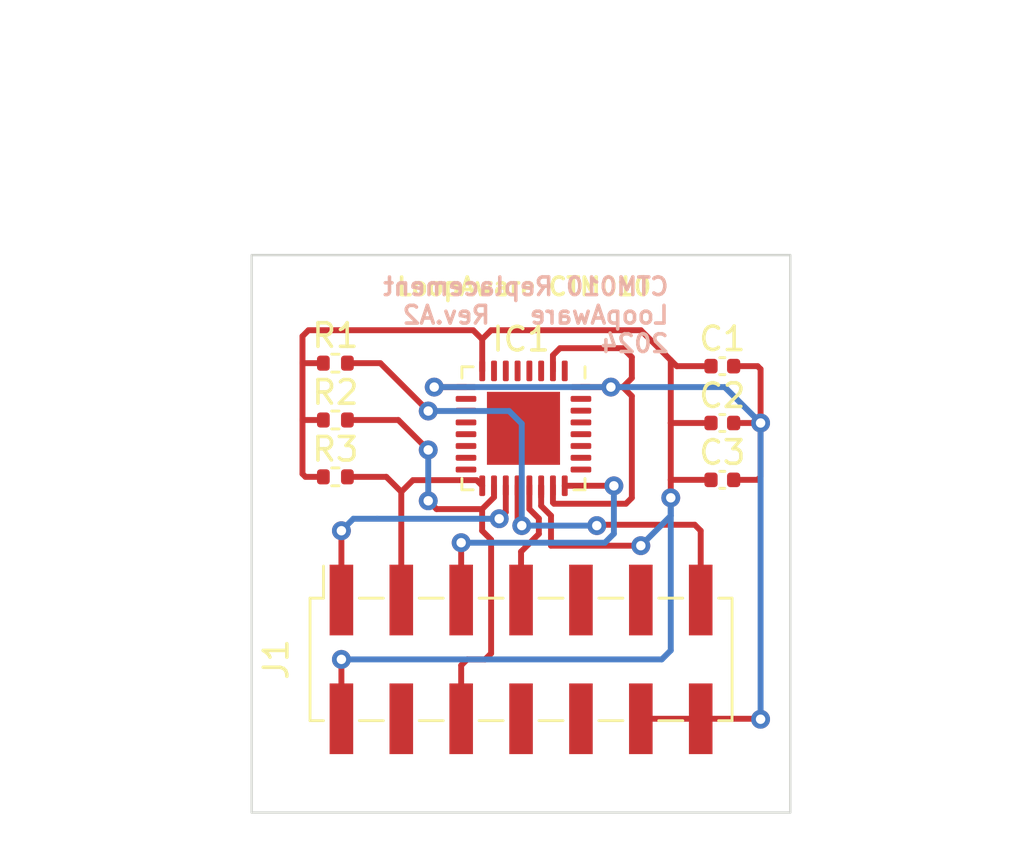
<source format=kicad_pcb>
(kicad_pcb (version 20221018) (generator pcbnew)
  (layers (0 "F.Cu" signal) (31 "B.Cu" signal) (34 "B.Paste" user) (35 "F.Paste" user) (36 "B.SilkS" user "B.Silkscreen") (37 "F.SilkS" user "F.Silkscreen") (38 "B.Mask" user) (39 "F.Mask" user) (44 "Edge.Cuts" user))
  (net 0 "")
  (net 1 "VDD")
  (net 2 "GND")
  (net 3 "RESET")
  (net 4 "IRQ")
  (net 5 "SPI_CLK")
  (net 6 "SPI_CS")
  (net 7 "SPI_MOSI")
  (net 8 "SPI_MISO")
  (footprint "Capacitor_SMD:C_0402_1005Metric" (layer "F.Cu") (at 155.9945 91.454)
    (fp_text reference "C2" (at 0 -1.16) (layer "F.SilkS"))
    (fp_text value "100n")
    (fp_line (start -0.107836 -0.36) (end 0.107836 -0.36) (stroke (width 0.12)) (layer "F.SilkS"))
    (fp_line (start -0.107836 0.36) (end 0.107836 0.36) (stroke (width 0.12)) (layer "F.SilkS"))
    (pad "1" smd roundrect (at -0.48 0) (size 0.56 0.62) (layers "F.Cu" "F.Paste" "F.Mask") (net 1 "VDD"))
    (pad "2" smd roundrect (at 0.48 0) (size 0.56 0.62) (layers "F.Cu" "F.Paste" "F.Mask") (net 2 "GND"))
  )
  (footprint "Resistor_SMD:R_0402_1005Metric" (layer "F.Cu") (at 139.5815 91.327)
    (fp_text reference "R2" (at 0 -1.17) (layer "F.SilkS"))
    (fp_text value "10k")
    (fp_line (start -0.153641 -0.38) (end 0.153641 -0.38) (stroke (width 0.12)) (layer "F.SilkS"))
    (fp_line (start -0.153641 0.38) (end 0.153641 0.38) (stroke (width 0.12)) (layer "F.SilkS"))
    (pad "1" smd roundrect (at -0.51 0) (size 0.54 0.64) (layers "F.Cu" "F.Paste" "F.Mask") (net 1 "VDD"))
    (pad "2" smd roundrect (at 0.51 0) (size 0.54 0.64) (layers "F.Cu" "F.Paste" "F.Mask") (net 4 "IRQ"))
  )
  (footprint "Connector_PinSocket_2.54mm:PinSocket_2x07_P2.54mm_Vertical_SMD" (layer "F.Cu") (at 147.4575 101.487 90)
    (fp_text reference "J1" (at 0 -10.39 90) (layer "F.SilkS"))
    (fp_text value "Conn_02x07_Odd_Even")
    (fp_line (start -2.6 -8.95) (end -2.6 -8.38) (stroke (width 0.12)) (layer "F.SilkS"))
    (fp_line (start -2.6 -8.95) (end 2.6 -8.95) (stroke (width 0.12)) (layer "F.SilkS"))
    (fp_line (start -2.6 -6.86) (end -2.6 -5.84) (stroke (width 0.12)) (layer "F.SilkS"))
    (fp_line (start -2.6 -4.32) (end -2.6 -3.3) (stroke (width 0.12)) (layer "F.SilkS"))
    (fp_line (start -2.6 -1.78) (end -2.6 -0.76) (stroke (width 0.12)) (layer "F.SilkS"))
    (fp_line (start -2.6 0.76) (end -2.6 1.78) (stroke (width 0.12)) (layer "F.SilkS"))
    (fp_line (start -2.6 3.3) (end -2.6 4.32) (stroke (width 0.12)) (layer "F.SilkS"))
    (fp_line (start -2.6 5.84) (end -2.6 6.86) (stroke (width 0.12)) (layer "F.SilkS"))
    (fp_line (start -2.6 8.38) (end -2.6 8.95) (stroke (width 0.12)) (layer "F.SilkS"))
    (fp_line (start -2.6 8.95) (end 2.6 8.95) (stroke (width 0.12)) (layer "F.SilkS"))
    (fp_line (start 2.6 -8.95) (end 2.6 -8.38) (stroke (width 0.12)) (layer "F.SilkS"))
    (fp_line (start 2.6 -8.38) (end 3.96 -8.38) (stroke (width 0.12)) (layer "F.SilkS"))
    (fp_line (start 2.6 -6.86) (end 2.6 -5.84) (stroke (width 0.12)) (layer "F.SilkS"))
    (fp_line (start 2.6 -4.32) (end 2.6 -3.3) (stroke (width 0.12)) (layer "F.SilkS"))
    (fp_line (start 2.6 -1.78) (end 2.6 -0.76) (stroke (width 0.12)) (layer "F.SilkS"))
    (fp_line (start 2.6 0.76) (end 2.6 1.78) (stroke (width 0.12)) (layer "F.SilkS"))
    (fp_line (start 2.6 3.3) (end 2.6 4.32) (stroke (width 0.12)) (layer "F.SilkS"))
    (fp_line (start 2.6 5.84) (end 2.6 6.86) (stroke (width 0.12)) (layer "F.SilkS"))
    (fp_line (start 2.6 8.38) (end 2.6 8.95) (stroke (width 0.12)) (layer "F.SilkS"))
    (pad "1" smd rect (at 2.52 -7.62 90) (size 3 1) (layers "F.Cu" "F.Paste" "F.Mask") (net 5 "SPI_CLK"))
    (pad "2" smd rect (at -2.52 -7.62 90) (size 3 1) (layers "F.Cu" "F.Paste" "F.Mask") (net 1 "VDD"))
    (pad "3" smd rect (at 2.52 -5.08 90) (size 3 1) (layers "F.Cu" "F.Paste" "F.Mask") (net 3 "RESET"))
    (pad "4" smd rect (at -2.52 -5.08 90) (size 3 1) (layers "F.Cu" "F.Paste" "F.Mask"))
    (pad "5" smd rect (at 2.52 -2.54 90) (size 3 1) (layers "F.Cu" "F.Paste" "F.Mask") (net 8 "SPI_MISO"))
    (pad "6" smd rect (at -2.52 -2.54 90) (size 3 1) (layers "F.Cu" "F.Paste" "F.Mask") (net 4 "IRQ"))
    (pad "7" smd rect (at 2.52 0 90) (size 3 1) (layers "F.Cu" "F.Paste" "F.Mask") (net 7 "SPI_MOSI"))
    (pad "8" smd rect (at -2.52 0 90) (size 3 1) (layers "F.Cu" "F.Paste" "F.Mask"))
    (pad "9" smd rect (at 2.52 2.54 90) (size 3 1) (layers "F.Cu" "F.Paste" "F.Mask"))
    (pad "10" smd rect (at -2.52 2.54 90) (size 3 1) (layers "F.Cu" "F.Paste" "F.Mask"))
    (pad "11" smd rect (at 2.52 5.08 90) (size 3 1) (layers "F.Cu" "F.Paste" "F.Mask"))
    (pad "12" smd rect (at -2.52 5.08 90) (size 3 1) (layers "F.Cu" "F.Paste" "F.Mask") (net 2 "GND"))
    (pad "13" smd rect (at 2.52 7.62 90) (size 3 1) (layers "F.Cu" "F.Paste" "F.Mask") (net 6 "SPI_CS"))
    (pad "14" smd rect (at -2.52 7.62 90) (size 3 1) (layers "F.Cu" "F.Paste" "F.Mask") (net 2 "GND"))
  )
  (footprint "Capacitor_SMD:C_0402_1005Metric" (layer "F.Cu") (at 155.9945 93.867)
    (fp_text reference "C3" (at 0 -1.16) (layer "F.SilkS"))
    (fp_text value "100n")
    (fp_line (start -0.107836 -0.36) (end 0.107836 -0.36) (stroke (width 0.12)) (layer "F.SilkS"))
    (fp_line (start -0.107836 0.36) (end 0.107836 0.36) (stroke (width 0.12)) (layer "F.SilkS"))
    (pad "1" smd roundrect (at -0.48 0) (size 0.56 0.62) (layers "F.Cu" "F.Paste" "F.Mask") (net 1 "VDD"))
    (pad "2" smd roundrect (at 0.48 0) (size 0.56 0.62) (layers "F.Cu" "F.Paste" "F.Mask") (net 2 "GND"))
  )
  (footprint "Capacitor_SMD:C_0402_1005Metric" (layer "F.Cu") (at 155.9945 89.041)
    (fp_text reference "C1" (at 0 -1.16) (layer "F.SilkS"))
    (fp_text value "1u")
    (fp_line (start -0.107836 -0.36) (end 0.107836 -0.36) (stroke (width 0.12)) (layer "F.SilkS"))
    (fp_line (start -0.107836 0.36) (end 0.107836 0.36) (stroke (width 0.12)) (layer "F.SilkS"))
    (pad "1" smd roundrect (at -0.48 0) (size 0.56 0.62) (layers "F.Cu" "F.Paste" "F.Mask") (net 1 "VDD"))
    (pad "2" smd roundrect (at 0.48 0) (size 0.56 0.62) (layers "F.Cu" "F.Paste" "F.Mask") (net 2 "GND"))
  )
  (footprint "Resistor_SMD:R_0402_1005Metric" (layer "F.Cu") (at 139.5815 93.74)
    (fp_text reference "R3" (at 0 -1.17) (layer "F.SilkS"))
    (fp_text value "10k")
    (fp_line (start -0.153641 -0.38) (end 0.153641 -0.38) (stroke (width 0.12)) (layer "F.SilkS"))
    (fp_line (start -0.153641 0.38) (end 0.153641 0.38) (stroke (width 0.12)) (layer "F.SilkS"))
    (pad "1" smd roundrect (at -0.51 0) (size 0.54 0.64) (layers "F.Cu" "F.Paste" "F.Mask") (net 1 "VDD"))
    (pad "2" smd roundrect (at 0.51 0) (size 0.54 0.64) (layers "F.Cu" "F.Paste" "F.Mask") (net 3 "RESET"))
  )
  (footprint "Package_DFN_QFN:QFN-32-1EP_5x5mm_P0.5mm_EP3.1x3.1mm" (layer "F.Cu") (at 147.56 91.68 -90)
    (fp_text reference "IC1" (at -3.782 0.1025 -180) (layer "F.SilkS"))
    (fp_text value "Infineon-SLB9670")
    (fp_line (start -2.61 2.61) (end -2.61 2.135) (stroke (width 0.12)) (layer "F.SilkS"))
    (fp_line (start -2.135 -2.61) (end -2.61 -2.61) (stroke (width 0.12)) (layer "F.SilkS"))
    (fp_line (start -2.135 2.61) (end -2.61 2.61) (stroke (width 0.12)) (layer "F.SilkS"))
    (fp_line (start 2.135 -2.61) (end 2.61 -2.61) (stroke (width 0.12)) (layer "F.SilkS"))
    (fp_line (start 2.135 2.61) (end 2.61 2.61) (stroke (width 0.12)) (layer "F.SilkS"))
    (fp_line (start 2.61 -2.61) (end 2.61 -2.135) (stroke (width 0.12)) (layer "F.SilkS"))
    (fp_line (start 2.61 2.61) (end 2.61 2.135) (stroke (width 0.12)) (layer "F.SilkS"))
    (pad "1" smd roundrect (at -2.4375 -1.75 270) (size 0.875 0.25) (layers "F.Cu" "F.Paste" "F.Mask"))
    (pad "2" smd roundrect (at -2.4375 -1.25 270) (size 0.875 0.25) (layers "F.Cu" "F.Paste" "F.Mask") (net 2 "GND"))
    (pad "3" smd roundrect (at -2.4375 -0.75 270) (size 0.875 0.25) (layers "F.Cu" "F.Paste" "F.Mask"))
    (pad "4" smd roundrect (at -2.4375 -0.25 270) (size 0.875 0.25) (layers "F.Cu" "F.Paste" "F.Mask"))
    (pad "5" smd roundrect (at -2.4375 0.25 270) (size 0.875 0.25) (layers "F.Cu" "F.Paste" "F.Mask"))
    (pad "6" smd roundrect (at -2.4375 0.75 270) (size 0.875 0.25) (layers "F.Cu" "F.Paste" "F.Mask"))
    (pad "7" smd roundrect (at -2.4375 1.25 270) (size 0.875 0.25) (layers "F.Cu" "F.Paste" "F.Mask"))
    (pad "8" smd roundrect (at -2.4375 1.75 270) (size 0.875 0.25) (layers "F.Cu" "F.Paste" "F.Mask") (net 1 "VDD"))
    (pad "9" smd roundrect (at -1.75 2.4375 270) (size 0.25 0.875) (layers "F.Cu" "F.Paste" "F.Mask") (net 2 "GND"))
    (pad "10" smd roundrect (at -1.25 2.4375 270) (size 0.25 0.875) (layers "F.Cu" "F.Paste" "F.Mask"))
    (pad "11" smd roundrect (at -0.75 2.4375 270) (size 0.25 0.875) (layers "F.Cu" "F.Paste" "F.Mask"))
    (pad "12" smd roundrect (at -0.25 2.4375 270) (size 0.25 0.875) (layers "F.Cu" "F.Paste" "F.Mask"))
    (pad "13" smd roundrect (at 0.25 2.4375 270) (size 0.25 0.875) (layers "F.Cu" "F.Paste" "F.Mask"))
    (pad "14" smd roundrect (at 0.75 2.4375 270) (size 0.25 0.875) (layers "F.Cu" "F.Paste" "F.Mask"))
    (pad "15" smd roundrect (at 1.25 2.4375 270) (size 0.25 0.875) (layers "F.Cu" "F.Paste" "F.Mask"))
    (pad "16" smd roundrect (at 1.75 2.4375 270) (size 0.25 0.875) (layers "F.Cu" "F.Paste" "F.Mask"))
    (pad "17" smd roundrect (at 2.4375 1.75 270) (size 0.875 0.25) (layers "F.Cu" "F.Paste" "F.Mask") (net 3 "RESET"))
    (pad "18" smd roundrect (at 2.4375 1.25 270) (size 0.875 0.25) (layers "F.Cu" "F.Paste" "F.Mask") (net 4 "IRQ"))
    (pad "19" smd roundrect (at 2.4375 0.75 270) (size 0.875 0.25) (layers "F.Cu" "F.Paste" "F.Mask") (net 5 "SPI_CLK"))
    (pad "20" smd roundrect (at 2.4375 0.25 270) (size 0.875 0.25) (layers "F.Cu" "F.Paste" "F.Mask") (net 6 "SPI_CS"))
    (pad "21" smd roundrect (at 2.4375 -0.25 270) (size 0.875 0.25) (layers "F.Cu" "F.Paste" "F.Mask") (net 7 "SPI_MOSI"))
    (pad "22" smd roundrect (at 2.4375 -0.75 270) (size 0.875 0.25) (layers "F.Cu" "F.Paste" "F.Mask") (net 1 "VDD"))
    (pad "23" smd roundrect (at 2.4375 -1.25 270) (size 0.875 0.25) (layers "F.Cu" "F.Paste" "F.Mask") (net 2 "GND"))
    (pad "24" smd roundrect (at 2.4375 -1.75 270) (size 0.875 0.25) (layers "F.Cu" "F.Paste" "F.Mask") (net 8 "SPI_MISO"))
    (pad "25" smd roundrect (at 1.75 -2.4375 270) (size 0.25 0.875) (layers "F.Cu" "F.Paste" "F.Mask"))
    (pad "26" smd roundrect (at 1.25 -2.4375 270) (size 0.25 0.875) (layers "F.Cu" "F.Paste" "F.Mask"))
    (pad "27" smd roundrect (at 0.75 -2.4375 270) (size 0.25 0.875) (layers "F.Cu" "F.Paste" "F.Mask"))
    (pad "28" smd roundrect (at 0.25 -2.4375 270) (size 0.25 0.875) (layers "F.Cu" "F.Paste" "F.Mask"))
    (pad "29" smd roundrect (at -0.25 -2.4375 270) (size 0.25 0.875) (layers "F.Cu" "F.Paste" "F.Mask"))
    (pad "30" smd roundrect (at -0.75 -2.4375 270) (size 0.25 0.875) (layers "F.Cu" "F.Paste" "F.Mask"))
    (pad "31" smd roundrect (at -1.25 -2.4375 270) (size 0.25 0.875) (layers "F.Cu" "F.Paste" "F.Mask"))
    (pad "32" smd roundrect (at -1.75 -2.4375 270) (size 0.25 0.875) (layers "F.Cu" "F.Paste" "F.Mask") (net 2 "GND"))
    (pad "33" smd rect (at 0 0 270) (size 3.1 3.1) (layers "F.Cu" "F.Mask"))
  )
  (footprint "Resistor_SMD:R_0402_1005Metric" (layer "F.Cu") (at 139.5815 88.914)
    (fp_text reference "R1" (at 0 -1.17) (layer "F.SilkS"))
    (fp_text value "10k")
    (fp_line (start -0.153641 -0.38) (end 0.153641 -0.38) (stroke (width 0.12)) (layer "F.SilkS"))
    (fp_line (start -0.153641 0.38) (end 0.153641 0.38) (stroke (width 0.12)) (layer "F.SilkS"))
    (pad "1" smd roundrect (at -0.51 0) (size 0.54 0.64) (layers "F.Cu" "F.Paste" "F.Mask") (net 1 "VDD"))
    (pad "2" smd roundrect (at 0.51 0) (size 0.54 0.64) (layers "F.Cu" "F.Paste" "F.Mask") (net 6 "SPI_CS"))
  )
  (gr_rect (start 136.0315 84.328) (end 158.877 107.986) (stroke (width 0.1)) (fill none) (layer "Edge.Cuts"))
  (gr_text "CTM010 Replacement\nLoopAware   Rev.A2\n2024" (at 153.797 88.519) (layer "B.SilkS") (effects (font (size 0.75 0.75)) (justify left bottom mirror)))
  (gr_text "LoopAware CTM010" (at 142.113 86.106) (layer "F.SilkS") (effects (font (size 0.75 0.75)) (justify left bottom)))
  (segment (start 138.3135 93.74) (end 139.0715 93.74) (width 0.25) (layer "F.Cu") (net 1))
  (segment (start 148.31 94.1175) (end 148.31 94.60474) (width 0.25) (layer "F.Cu") (net 1))
  (segment (start 152.5375 87.517) (end 146.1875 87.517) (width 0.25) (layer "F.Cu") (net 1))
  (segment (start 154.0615 89.041) (end 155.5145 89.041) (width 0.25) (layer "F.Cu") (net 1))
  (segment (start 148.31 94.1175) (end 148.31 94.969791) (width 0.25) (layer "F.Cu") (net 1))
  (segment (start 153.8075 91.454) (end 153.8075 88.787) (width 0.25) (layer "F.Cu") (net 1))
  (segment (start 153.8075 88.787) (end 154.0615 89.041) (width 0.25) (layer "F.Cu") (net 1))
  (segment (start 155.5145 91.454) (end 153.8075 91.454) (width 0.25) (layer "F.Cu") (net 1))
  (segment (start 148.7275 96.661) (end 152.5375 96.661) (width 0.25) (layer "F.Cu") (net 1))
  (segment (start 153.8075 94.629) (end 153.8075 93.867) (width 0.25) (layer "F.Cu") (net 1))
  (segment (start 155.5145 93.867) (end 153.8075 93.867) (width 0.25) (layer "F.Cu") (net 1))
  (segment (start 139.0715 91.327) (end 138.1865 91.327) (width 0.25) (layer "F.Cu") (net 1))
  (segment (start 145.4255 87.517) (end 138.4405 87.517) (width 0.25) (layer "F.Cu") (net 1))
  (segment (start 138.1865 93.613) (end 138.3135 93.74) (width 0.25) (layer "F.Cu") (net 1))
  (segment (start 153.8075 93.867) (end 153.8075 91.454) (width 0.25) (layer "F.Cu") (net 1))
  (segment (start 139.0715 88.914) (end 138.1865 88.914) (width 0.25) (layer "F.Cu") (net 1))
  (segment (start 145.8065 87.898) (end 145.4255 87.517) (width 0.25) (layer "F.Cu") (net 1))
  (segment (start 145.81 87.9015) (end 145.81 89.2425) (width 0.25) (layer "F.Cu") (net 1))
  (segment (start 148.7275 95.387291) (end 148.7275 96.661) (width 0.25) (layer "F.Cu") (net 1))
  (segment (start 138.1865 88.914) (end 138.1865 91.327) (width 0.25) (layer "F.Cu") (net 1))
  (segment (start 153.8075 88.787) (end 152.5375 87.517) (width 0.25) (layer "F.Cu") (net 1))
  (segment (start 145.8065 87.898) (end 145.81 87.9015) (width 0.25) (layer "F.Cu") (net 1))
  (segment (start 138.1865 91.327) (end 138.1865 93.613) (width 0.25) (layer "F.Cu") (net 1))
  (segment (start 139.8375 101.487) (end 139.8375 104.007) (width 0.25) (layer "F.Cu") (net 1))
  (segment (start 146.1875 87.517) (end 145.8065 87.898) (width 0.25) (layer "F.Cu") (net 1))
  (segment (start 138.4405 87.517) (end 138.1865 87.771) (width 0.25) (layer "F.Cu") (net 1))
  (segment (start 148.31 94.969791) (end 148.7275 95.387291) (width 0.25) (layer "F.Cu") (net 1))
  (segment (start 138.1865 87.771) (end 138.1865 88.914) (width 0.25) (layer "F.Cu") (net 1))
  (via (at 153.8075 94.629) (size 0.8) (drill 0.4) (layers "F.Cu" "B.Cu") (net 1))
  (via (at 139.8375 101.487) (size 0.8) (drill 0.4) (layers "F.Cu" "B.Cu") (net 1))
  (via (at 152.5375 96.661) (size 0.8) (drill 0.4) (layers "F.Cu" "B.Cu") (net 1))
  (segment (start 139.8375 101.487) (end 153.4265 101.487) (width 0.25) (layer "B.Cu") (net 1))
  (segment (start 153.8075 101.106) (end 153.8075 94.629) (width 0.25) (layer "B.Cu") (net 1))
  (segment (start 153.4265 101.487) (end 153.8075 101.106) (width 0.25) (layer "B.Cu") (net 1))
  (segment (start 153.8075 95.391) (end 153.8075 94.629) (width 0.25) (layer "B.Cu") (net 1))
  (segment (start 152.5375 96.661) (end 153.8075 95.391) (width 0.25) (layer "B.Cu") (net 1))
  (segment (start 157.4905 93.867) (end 156.4745 93.867) (width 0.25) (layer "F.Cu") (net 2))
  (segment (start 148.81 88.5775) (end 148.81 89.2425) (width 0.25) (layer "F.Cu") (net 2))
  (segment (start 152.5375 104.007) (end 155.0775 104.007) (width 0.25) (layer "F.Cu") (net 2))
  (segment (start 157.6175 89.168) (end 157.4905 89.041) (width 0.25) (layer "F.Cu") (net 2))
  (segment (start 152.1565 94.629) (end 152.1565 90.311) (width 0.25) (layer "F.Cu") (net 2))
  (segment (start 148.856605 94.88) (end 151.9055 94.88) (width 0.25) (layer "F.Cu") (net 2))
  (segment (start 151.9055 94.88) (end 152.1565 94.629) (width 0.25) (layer "F.Cu") (net 2))
  (segment (start 151.7755 89.93) (end 152.1565 89.549) (width 0.25) (layer "F.Cu") (net 2))
  (segment (start 143.7745 89.93) (end 145.1225 89.93) (width 0.25) (layer "F.Cu") (net 2))
  (segment (start 148.81 94.833395) (end 148.856605 94.88) (width 0.25) (layer "F.Cu") (net 2))
  (segment (start 157.6175 91.454) (end 156.4745 91.454) (width 0.25) (layer "F.Cu") (net 2))
  (segment (start 149.1085 88.279) (end 148.81 88.5775) (width 0.25) (layer "F.Cu") (net 2))
  (segment (start 151.7755 88.279) (end 149.1085 88.279) (width 0.25) (layer "F.Cu") (net 2))
  (segment (start 157.4905 89.041) (end 156.4745 89.041) (width 0.25) (layer "F.Cu") (net 2))
  (segment (start 157.6175 91.454) (end 157.6175 89.168) (width 0.25) (layer "F.Cu") (net 2))
  (segment (start 152.1565 89.549) (end 152.1565 88.66) (width 0.25) (layer "F.Cu") (net 2))
  (segment (start 152.1565 88.66) (end 151.7755 88.279) (width 0.25) (layer "F.Cu") (net 2))
  (segment (start 157.6175 104.027) (end 157.5975 104.007) (width 0.25) (layer "F.Cu") (net 2))
  (segment (start 152.1565 90.311) (end 151.7755 89.93) (width 0.25) (layer "F.Cu") (net 2))
  (segment (start 148.81 94.1175) (end 148.81 94.833395) (width 0.25) (layer "F.Cu") (net 2))
  (segment (start 149.9975 89.93) (end 151.2675 89.93) (width 0.25) (layer "F.Cu") (net 2))
  (segment (start 157.6175 91.454) (end 157.6175 93.74) (width 0.25) (layer "F.Cu") (net 2))
  (segment (start 157.5975 104.007) (end 155.0775 104.007) (width 0.25) (layer "F.Cu") (net 2))
  (segment (start 157.6175 93.74) (end 157.4905 93.867) (width 0.25) (layer "F.Cu") (net 2))
  (segment (start 151.2675 89.93) (end 151.7755 89.93) (width 0.25) (layer "F.Cu") (net 2))
  (via (at 151.2675 89.93) (size 0.8) (drill 0.4) (layers "F.Cu" "B.Cu") (net 2))
  (via (at 157.6175 91.454) (size 0.8) (drill 0.4) (layers "F.Cu" "B.Cu") (net 2))
  (via (at 143.7745 89.93) (size 0.8) (drill 0.4) (layers "F.Cu" "B.Cu") (net 2))
  (via (at 157.6175 104.027) (size 0.8) (drill 0.4) (layers "F.Cu" "B.Cu") (net 2))
  (segment (start 143.7745 89.93) (end 151.2675 89.93) (width 0.25) (layer "B.Cu") (net 2))
  (segment (start 156.0935 89.93) (end 151.2675 89.93) (width 0.25) (layer "B.Cu") (net 2))
  (segment (start 157.6175 91.454) (end 156.0935 89.93) (width 0.25) (layer "B.Cu") (net 2))
  (segment (start 157.6175 104.027) (end 157.6175 91.454) (width 0.25) (layer "B.Cu") (net 2))
  (segment (start 142.8725 93.88) (end 142.3775 94.375) (width 0.25) (layer "F.Cu") (net 3))
  (segment (start 140.0915 93.74) (end 141.7425 93.74) (width 0.25) (layer "F.Cu") (net 3))
  (segment (start 145.81 94.1175) (end 145.5725 93.88) (width 0.25) (layer "F.Cu") (net 3))
  (segment (start 145.5725 93.88) (end 142.8725 93.88) (width 0.25) (layer "F.Cu") (net 3))
  (segment (start 142.3775 98.967) (end 142.3775 94.375) (width 0.25) (layer "F.Cu") (net 3))
  (segment (start 141.7425 93.74) (end 142.3775 94.375) (width 0.25) (layer "F.Cu") (net 3))
  (segment (start 146.31 94.1175) (end 146.31 94.60474) (width 0.25) (layer "F.Cu") (net 4))
  (segment (start 146.1875 96.407) (end 146.1875 101.233) (width 0.25) (layer "F.Cu") (net 4))
  (segment (start 145.8065 95.10824) (end 145.8065 96.026) (width 0.25) (layer "F.Cu") (net 4))
  (segment (start 145.8065 96.026) (end 146.1875 96.407) (width 0.25) (layer "F.Cu") (net 4))
  (segment (start 145.8065 95.10824) (end 143.87274 95.10824) (width 0.25) (layer "F.Cu") (net 4))
  (segment (start 143.5205 92.597) (end 142.2505 91.327) (width 0.25) (layer "F.Cu") (net 4))
  (segment (start 145.9335 101.487) (end 145.1715 101.487) (width 0.25) (layer "F.Cu") (net 4))
  (segment (start 146.1875 101.233) (end 145.9335 101.487) (width 0.25) (layer "F.Cu") (net 4))
  (segment (start 145.1715 101.487) (end 144.9175 101.741) (width 0.25) (layer "F.Cu") (net 4))
  (segment (start 142.2505 91.327) (end 140.0915 91.327) (width 0.25) (layer "F.Cu") (net 4))
  (segment (start 143.87274 95.10824) (end 143.5205 94.756) (width 0.25) (layer "F.Cu") (net 4))
  (segment (start 144.9175 101.741) (end 144.9175 104.007) (width 0.25) (layer "F.Cu") (net 4))
  (segment (start 146.31 94.60474) (end 145.8065 95.10824) (width 0.25) (layer "F.Cu") (net 4))
  (via (at 143.5205 94.756) (size 0.8) (drill 0.4) (layers "F.Cu" "B.Cu") (net 4))
  (via (at 143.5205 92.597) (size 0.8) (drill 0.4) (layers "F.Cu" "B.Cu") (net 4))
  (segment (start 143.5205 94.756) (end 143.5205 92.597) (width 0.25) (layer "B.Cu") (net 4))
  (segment (start 146.81 94.1175) (end 146.81 95.2395) (width 0.25) (layer "F.Cu") (net 5))
  (segment (start 139.8375 96.026) (end 139.8375 98.967) (width 0.25) (layer "F.Cu") (net 5))
  (segment (start 146.81 95.2395) (end 146.5315 95.518) (width 0.25) (layer "F.Cu") (net 5))
  (via (at 146.5315 95.518) (size 0.8) (drill 0.4) (layers "F.Cu" "B.Cu") (net 5))
  (via (at 139.8375 96.026) (size 0.8) (drill 0.4) (layers "F.Cu" "B.Cu") (net 5))
  (segment (start 140.3455 95.518) (end 139.8375 96.026) (width 0.25) (layer "B.Cu") (net 5))
  (segment (start 141.3615 95.518) (end 140.3455 95.518) (width 0.25) (layer "B.Cu") (net 5))
  (segment (start 146.5315 95.518) (end 141.3615 95.518) (width 0.25) (layer "B.Cu") (net 5))
  (segment (start 140.0915 88.914) (end 141.4885 88.914) (width 0.25) (layer "F.Cu") (net 6))
  (segment (start 147.31 94.1175) (end 147.31 95.631492) (width 0.25) (layer "F.Cu") (net 6))
  (segment (start 150.7065 95.772) (end 154.8235 95.772) (width 0.25) (layer "F.Cu") (net 6))
  (segment (start 147.31 95.631492) (end 147.487508 95.809) (width 0.25) (layer "F.Cu") (net 6))
  (segment (start 154.8235 95.772) (end 155.0775 96.026) (width 0.25) (layer "F.Cu") (net 6))
  (segment (start 155.0775 96.026) (end 155.0775 98.967) (width 0.25) (layer "F.Cu") (net 6))
  (segment (start 150.6695 95.809) (end 150.7065 95.772) (width 0.25) (layer "F.Cu") (net 6))
  (segment (start 141.4885 88.914) (end 143.5205 90.946) (width 0.25) (layer "F.Cu") (net 6))
  (via (at 147.487508 95.809) (size 0.8) (drill 0.4) (layers "F.Cu" "B.Cu") (net 6))
  (via (at 143.5205 90.946) (size 0.8) (drill 0.4) (layers "F.Cu" "B.Cu") (net 6))
  (via (at 150.6695 95.809) (size 0.8) (drill 0.4) (layers "F.Cu" "B.Cu") (net 6))
  (segment (start 146.9495 90.946) (end 143.5205 90.946) (width 0.25) (layer "B.Cu") (net 6))
  (segment (start 147.487508 91.484008) (end 146.9495 90.946) (width 0.25) (layer "B.Cu") (net 6))
  (segment (start 147.487508 95.809) (end 147.487508 91.484008) (width 0.25) (layer "B.Cu") (net 6))
  (segment (start 147.487508 95.809) (end 150.6695 95.809) (width 0.25) (layer "B.Cu") (net 6))
  (segment (start 147.81 95.106187) (end 148.212508 95.508695) (width 0.25) (layer "F.Cu") (net 7))
  (segment (start 147.4575 96.915) (end 147.4575 98.967) (width 0.25) (layer "F.Cu") (net 7))
  (segment (start 147.81 94.1175) (end 147.81 95.106187) (width 0.25) (layer "F.Cu") (net 7))
  (segment (start 148.212508 95.508695) (end 148.212508 96.159992) (width 0.25) (layer "F.Cu") (net 7))
  (segment (start 148.212508 96.159992) (end 147.4575 96.915) (width 0.25) (layer "F.Cu") (net 7))
  (segment (start 144.9175 96.534) (end 144.9175 98.967) (width 0.25) (layer "F.Cu") (net 8))
  (segment (start 151.391 94.1175) (end 151.3945 94.121) (width 0.25) (layer "F.Cu") (net 8))
  (segment (start 149.31 94.1175) (end 151.391 94.1175) (width 0.25) (layer "F.Cu") (net 8))
  (via (at 151.3945 94.121) (size 0.8) (drill 0.4) (layers "F.Cu" "B.Cu") (net 8))
  (via (at 144.9175 96.534) (size 0.8) (drill 0.4) (layers "F.Cu" "B.Cu") (net 8))
  (segment (start 151.0135 96.534) (end 144.9175 96.534) (width 0.25) (layer "B.Cu") (net 8))
  (segment (start 151.3945 94.121) (end 151.3945 96.153) (width 0.25) (layer "B.Cu") (net 8))
  (segment (start 151.3945 96.153) (end 151.0135 96.534) (width 0.25) (layer "B.Cu") (net 8))
)
</source>
